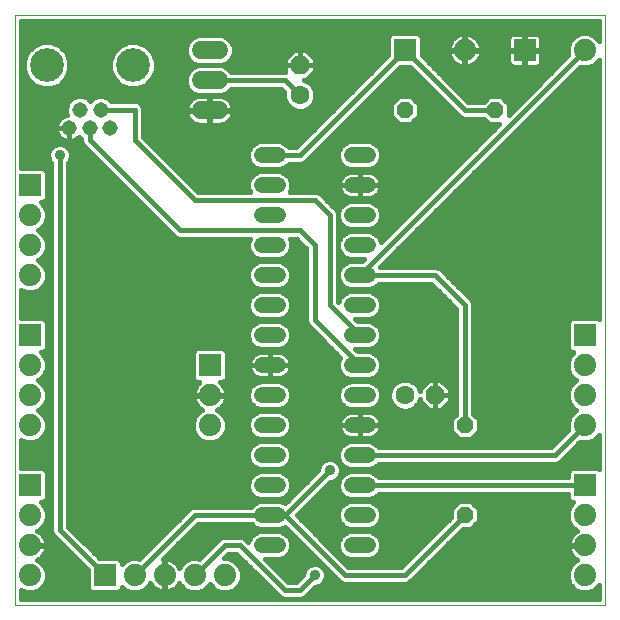
<source format=gbl>
G75*
G70*
%OFA0B0*%
%FSLAX24Y24*%
%IPPOS*%
%LPD*%
%AMOC8*
5,1,8,0,0,1.08239X$1,22.5*
%
%ADD10C,0.0000*%
%ADD11C,0.0520*%
%ADD12OC8,0.0520*%
%ADD13C,0.0515*%
%ADD14C,0.1122*%
%ADD15C,0.0600*%
%ADD16R,0.0740X0.0740*%
%ADD17C,0.0740*%
%ADD18OC8,0.0630*%
%ADD19C,0.0630*%
%ADD20C,0.0160*%
%ADD21C,0.0356*%
D10*
X000181Y000181D02*
X000181Y019866D01*
X019866Y019866D01*
X019866Y000181D01*
X000181Y000181D01*
D11*
X008421Y002181D02*
X008941Y002181D01*
X008941Y003181D02*
X008421Y003181D01*
X008421Y004181D02*
X008941Y004181D01*
X008941Y005181D02*
X008421Y005181D01*
X008421Y006181D02*
X008941Y006181D01*
X008941Y007181D02*
X008421Y007181D01*
X008421Y008181D02*
X008941Y008181D01*
X008941Y009181D02*
X008421Y009181D01*
X008421Y010181D02*
X008941Y010181D01*
X008941Y011181D02*
X008421Y011181D01*
X008421Y012181D02*
X008941Y012181D01*
X008941Y013181D02*
X008421Y013181D01*
X008421Y014181D02*
X008941Y014181D01*
X008941Y015181D02*
X008421Y015181D01*
X011421Y015181D02*
X011941Y015181D01*
X011941Y014181D02*
X011421Y014181D01*
X011421Y013181D02*
X011941Y013181D01*
X011941Y012181D02*
X011421Y012181D01*
X011421Y011181D02*
X011941Y011181D01*
X011941Y010181D02*
X011421Y010181D01*
X011421Y009181D02*
X011941Y009181D01*
X011941Y008181D02*
X011421Y008181D01*
X011421Y007181D02*
X011941Y007181D01*
X011941Y006181D02*
X011421Y006181D01*
X011421Y005181D02*
X011941Y005181D01*
X011941Y004181D02*
X011421Y004181D01*
X011421Y003181D02*
X011941Y003181D01*
X011941Y002181D02*
X011421Y002181D01*
D12*
X015181Y003181D03*
X015181Y006181D03*
X016181Y016681D03*
X013181Y016681D03*
D13*
X003351Y016081D03*
X002681Y016081D03*
X002351Y016701D03*
X001981Y016081D03*
X003041Y016701D03*
D14*
X004118Y018181D03*
X001244Y018181D03*
D15*
X006381Y017681D02*
X006981Y017681D01*
X006981Y016681D02*
X006381Y016681D01*
X006381Y018681D02*
X006981Y018681D01*
D16*
X013181Y018681D03*
X017181Y018681D03*
X019181Y009181D03*
X019181Y004181D03*
X006681Y008181D03*
X000681Y009181D03*
X000681Y004181D03*
X003181Y001181D03*
X000681Y014181D03*
D17*
X000681Y013181D03*
X000681Y012181D03*
X000681Y011181D03*
X000681Y008181D03*
X000681Y007181D03*
X000681Y006181D03*
X000681Y003181D03*
X000681Y002181D03*
X000681Y001181D03*
X004181Y001181D03*
X005181Y001181D03*
X006181Y001181D03*
X007181Y001181D03*
X006681Y006181D03*
X006681Y007181D03*
X015181Y018681D03*
X019181Y018681D03*
X019181Y008181D03*
X019181Y007181D03*
X019181Y006181D03*
X019181Y003181D03*
X019181Y002181D03*
X019181Y001181D03*
D18*
X014181Y007181D03*
X009681Y018181D03*
D19*
X009681Y017181D03*
X013181Y007181D03*
D20*
X012794Y006840D02*
X012251Y006840D01*
X012202Y006791D02*
X012331Y006921D01*
X012401Y007090D01*
X012401Y007273D01*
X012331Y007442D01*
X012202Y007571D01*
X012033Y007641D01*
X011330Y007641D01*
X011161Y007571D01*
X011031Y007442D01*
X010961Y007273D01*
X010961Y007090D01*
X011031Y006921D01*
X011161Y006791D01*
X011330Y006721D01*
X012033Y006721D01*
X012202Y006791D01*
X012110Y006589D02*
X012044Y006611D01*
X011976Y006621D01*
X011682Y006621D01*
X011682Y006182D01*
X011681Y006182D01*
X011681Y006621D01*
X011387Y006621D01*
X011318Y006611D01*
X011252Y006589D01*
X011191Y006558D01*
X011135Y006517D01*
X011086Y006468D01*
X011045Y006412D01*
X011014Y006350D01*
X010992Y006284D01*
X010981Y006216D01*
X010981Y006182D01*
X011681Y006182D01*
X011681Y006181D01*
X011682Y006181D01*
X011682Y006182D01*
X012381Y006182D01*
X012381Y006216D01*
X012371Y006284D01*
X012349Y006350D01*
X012318Y006412D01*
X012277Y006468D01*
X012228Y006517D01*
X012172Y006558D01*
X012110Y006589D01*
X012220Y006523D02*
X014873Y006523D01*
X014901Y006552D02*
X014721Y006372D01*
X014721Y005991D01*
X014991Y005721D01*
X015372Y005721D01*
X015641Y005991D01*
X015641Y006372D01*
X015461Y006552D01*
X015461Y010237D01*
X015419Y010340D01*
X015340Y010419D01*
X014340Y011419D01*
X014237Y011461D01*
X014126Y011461D01*
X012357Y011461D01*
X019025Y018129D01*
X019068Y018111D01*
X019295Y018111D01*
X019504Y018198D01*
X019665Y018359D01*
X019666Y018363D01*
X019666Y009719D01*
X019634Y009751D01*
X018729Y009751D01*
X018611Y009634D01*
X018611Y008729D01*
X018729Y008611D01*
X018805Y008611D01*
X018698Y008504D01*
X018611Y008295D01*
X018611Y008068D01*
X018698Y007859D01*
X018859Y007698D01*
X018899Y007681D01*
X018859Y007665D01*
X018698Y007504D01*
X018611Y007295D01*
X018611Y007068D01*
X018698Y006859D01*
X018859Y006698D01*
X018899Y006681D01*
X018859Y006665D01*
X018698Y006504D01*
X018611Y006295D01*
X018611Y006068D01*
X018629Y006025D01*
X018065Y005461D01*
X012312Y005461D01*
X012202Y005571D01*
X012033Y005641D01*
X011330Y005641D01*
X011161Y005571D01*
X011031Y005442D01*
X010961Y005273D01*
X010961Y005090D01*
X011031Y004921D01*
X011161Y004791D01*
X011330Y004721D01*
X012033Y004721D01*
X012202Y004791D01*
X012312Y004901D01*
X018126Y004901D01*
X018237Y004901D01*
X018340Y004944D01*
X019025Y005629D01*
X019068Y005611D01*
X019295Y005611D01*
X019504Y005698D01*
X019665Y005859D01*
X019666Y005863D01*
X019666Y004719D01*
X019634Y004751D01*
X018729Y004751D01*
X018611Y004634D01*
X018611Y004461D01*
X012312Y004461D01*
X012202Y004571D01*
X012033Y004641D01*
X011330Y004641D01*
X011161Y004571D01*
X011031Y004442D01*
X010961Y004273D01*
X010961Y004090D01*
X011031Y003921D01*
X011161Y003791D01*
X011330Y003721D01*
X012033Y003721D01*
X012202Y003791D01*
X012312Y003901D01*
X018611Y003901D01*
X018611Y003729D01*
X018729Y003611D01*
X018805Y003611D01*
X018698Y003504D01*
X018611Y003295D01*
X018611Y003068D01*
X018698Y002859D01*
X018859Y002698D01*
X018928Y002669D01*
X018893Y002652D01*
X018823Y002601D01*
X018762Y002540D01*
X018711Y002470D01*
X018672Y002393D01*
X018645Y002310D01*
X018631Y002225D01*
X018631Y002201D01*
X019161Y002201D01*
X019161Y002161D01*
X018631Y002161D01*
X018631Y002138D01*
X018645Y002053D01*
X018672Y001970D01*
X018711Y001893D01*
X018762Y001823D01*
X018823Y001762D01*
X018893Y001711D01*
X018928Y001693D01*
X018859Y001665D01*
X018698Y001504D01*
X018611Y001295D01*
X018611Y001068D01*
X018698Y000859D01*
X018859Y000698D01*
X019068Y000611D01*
X019295Y000611D01*
X019504Y000698D01*
X019665Y000859D01*
X019666Y000863D01*
X019666Y000381D01*
X000381Y000381D01*
X000381Y000689D01*
X000568Y000611D01*
X000795Y000611D01*
X001004Y000698D01*
X001165Y000859D01*
X001251Y001068D01*
X001251Y001295D01*
X001165Y001504D01*
X001004Y001665D01*
X000935Y001693D01*
X000970Y001711D01*
X001040Y001762D01*
X001101Y001823D01*
X001152Y001893D01*
X001191Y001970D01*
X001218Y002053D01*
X001231Y002138D01*
X001231Y002161D01*
X000702Y002161D01*
X000702Y002201D01*
X001231Y002201D01*
X001231Y002225D01*
X001218Y002310D01*
X001191Y002393D01*
X001152Y002470D01*
X001101Y002540D01*
X001040Y002601D01*
X000970Y002652D01*
X000935Y002669D01*
X001004Y002698D01*
X001165Y002859D01*
X001251Y003068D01*
X001251Y003295D01*
X001165Y003504D01*
X001057Y003611D01*
X001134Y003611D01*
X001251Y003729D01*
X001251Y004634D01*
X001134Y004751D01*
X000381Y004751D01*
X000381Y005689D01*
X000568Y005611D01*
X000795Y005611D01*
X001004Y005698D01*
X001165Y005859D01*
X001251Y006068D01*
X001251Y006295D01*
X001165Y006504D01*
X001004Y006665D01*
X000964Y006681D01*
X001004Y006698D01*
X001165Y006859D01*
X001251Y007068D01*
X001251Y007295D01*
X001165Y007504D01*
X001004Y007665D01*
X000964Y007681D01*
X001004Y007698D01*
X001165Y007859D01*
X001251Y008068D01*
X001251Y008295D01*
X001165Y008504D01*
X001057Y008611D01*
X001134Y008611D01*
X001251Y008729D01*
X001251Y009634D01*
X001134Y009751D01*
X000381Y009751D01*
X000381Y010689D01*
X000568Y010611D01*
X000795Y010611D01*
X001004Y010698D01*
X001165Y010859D01*
X001251Y011068D01*
X001251Y011295D01*
X001165Y011504D01*
X001004Y011665D01*
X000964Y011681D01*
X001004Y011698D01*
X001165Y011859D01*
X001251Y012068D01*
X001251Y012295D01*
X001165Y012504D01*
X001004Y012665D01*
X000964Y012681D01*
X001004Y012698D01*
X001165Y012859D01*
X001251Y013068D01*
X001251Y013295D01*
X001165Y013504D01*
X001057Y013611D01*
X001134Y013611D01*
X001251Y013729D01*
X001251Y014634D01*
X001134Y014751D01*
X000381Y014751D01*
X000381Y019666D01*
X019666Y019666D01*
X019666Y019000D01*
X019665Y019004D01*
X019504Y019165D01*
X019295Y019251D01*
X019068Y019251D01*
X018859Y019165D01*
X018698Y019004D01*
X018611Y018795D01*
X018611Y018568D01*
X018629Y018525D01*
X016641Y016537D01*
X016641Y016872D01*
X016372Y017141D01*
X015991Y017141D01*
X015811Y016961D01*
X015297Y016961D01*
X013751Y018507D01*
X013751Y019134D01*
X013634Y019251D01*
X012729Y019251D01*
X012611Y019134D01*
X012611Y018507D01*
X009565Y015461D01*
X009312Y015461D01*
X009202Y015571D01*
X009033Y015641D01*
X008330Y015641D01*
X008161Y015571D01*
X008031Y015442D01*
X007961Y015273D01*
X007961Y015090D01*
X008031Y014921D01*
X008161Y014791D01*
X008330Y014721D01*
X009033Y014721D01*
X009202Y014791D01*
X009312Y014901D01*
X009737Y014901D01*
X009840Y014944D01*
X009919Y015023D01*
X013007Y018111D01*
X013355Y018111D01*
X014944Y016523D01*
X015023Y016444D01*
X015126Y016401D01*
X015811Y016401D01*
X015991Y016221D01*
X016326Y016221D01*
X012394Y012290D01*
X012331Y012442D01*
X012202Y012571D01*
X012033Y012641D01*
X011330Y012641D01*
X011161Y012571D01*
X011031Y012442D01*
X010961Y012273D01*
X010961Y012090D01*
X011031Y011921D01*
X011161Y011791D01*
X011330Y011721D01*
X011826Y011721D01*
X011745Y011641D01*
X011330Y011641D01*
X011161Y011571D01*
X011031Y011442D01*
X010961Y011273D01*
X010961Y011090D01*
X011031Y010921D01*
X011161Y010791D01*
X011330Y010721D01*
X012033Y010721D01*
X012202Y010791D01*
X012312Y010901D01*
X014065Y010901D01*
X014901Y010065D01*
X014901Y006552D01*
X014901Y006682D02*
X013321Y006682D01*
X013284Y006666D02*
X013473Y006745D01*
X013618Y006890D01*
X013686Y007055D01*
X013686Y006976D01*
X013976Y006686D01*
X014181Y006686D01*
X014181Y007181D01*
X014182Y007181D01*
X014182Y007182D01*
X014676Y007182D01*
X014676Y007386D01*
X014386Y007676D01*
X014182Y007676D01*
X014182Y007182D01*
X014181Y007182D01*
X014181Y007676D01*
X013976Y007676D01*
X013686Y007386D01*
X013686Y007308D01*
X013618Y007473D01*
X013473Y007618D01*
X013284Y007696D01*
X013079Y007696D01*
X012890Y007618D01*
X012745Y007473D01*
X012666Y007284D01*
X012666Y007079D01*
X012745Y006890D01*
X012890Y006745D01*
X013079Y006666D01*
X013284Y006666D01*
X013042Y006682D02*
X006963Y006682D01*
X006970Y006711D02*
X006935Y006693D01*
X007004Y006665D01*
X007165Y006504D01*
X007251Y006295D01*
X007251Y006068D01*
X007165Y005859D01*
X007004Y005698D01*
X006795Y005611D01*
X006568Y005611D01*
X006359Y005698D01*
X006198Y005859D01*
X006111Y006068D01*
X006111Y006295D01*
X006198Y006504D01*
X006359Y006665D01*
X006428Y006693D01*
X006393Y006711D01*
X006323Y006762D01*
X006262Y006823D01*
X006211Y006893D01*
X006172Y006970D01*
X006145Y007053D01*
X006131Y007138D01*
X006131Y007161D01*
X006661Y007161D01*
X006661Y007201D01*
X006131Y007201D01*
X006131Y007225D01*
X006145Y007310D01*
X006172Y007393D01*
X006211Y007470D01*
X006262Y007540D01*
X006323Y007601D01*
X006338Y007611D01*
X006229Y007611D01*
X006111Y007729D01*
X006111Y008634D01*
X006229Y008751D01*
X007134Y008751D01*
X007251Y008634D01*
X007251Y007729D01*
X007134Y007611D01*
X007025Y007611D01*
X007040Y007601D01*
X007101Y007540D01*
X007152Y007470D01*
X007191Y007393D01*
X007218Y007310D01*
X007231Y007225D01*
X007231Y007201D01*
X006702Y007201D01*
X006702Y007161D01*
X007231Y007161D01*
X007231Y007138D01*
X007218Y007053D01*
X007191Y006970D01*
X007152Y006893D01*
X007101Y006823D01*
X007040Y006762D01*
X006970Y006711D01*
X007113Y006840D02*
X008112Y006840D01*
X008161Y006791D02*
X008330Y006721D01*
X009033Y006721D01*
X009202Y006791D01*
X009331Y006921D01*
X009401Y007090D01*
X009401Y007273D01*
X009331Y007442D01*
X009202Y007571D01*
X009033Y007641D01*
X008330Y007641D01*
X008161Y007571D01*
X008031Y007442D01*
X007961Y007273D01*
X007961Y007090D01*
X008031Y006921D01*
X008161Y006791D01*
X008161Y006571D02*
X008330Y006641D01*
X009033Y006641D01*
X009202Y006571D01*
X009331Y006442D01*
X009401Y006273D01*
X009401Y006090D01*
X009331Y005921D01*
X009202Y005791D01*
X009033Y005721D01*
X008330Y005721D01*
X008161Y005791D01*
X008031Y005921D01*
X007961Y006090D01*
X007961Y006273D01*
X008031Y006442D01*
X008161Y006571D01*
X008113Y006523D02*
X007146Y006523D01*
X007222Y006365D02*
X007999Y006365D01*
X007961Y006206D02*
X007251Y006206D01*
X007243Y006048D02*
X007979Y006048D01*
X008063Y005889D02*
X007177Y005889D01*
X007037Y005730D02*
X008308Y005730D01*
X008330Y005641D02*
X008161Y005571D01*
X008031Y005442D01*
X007961Y005273D01*
X007961Y005090D01*
X008031Y004921D01*
X008161Y004791D01*
X008330Y004721D01*
X009033Y004721D01*
X009202Y004791D01*
X009331Y004921D01*
X009401Y005090D01*
X009401Y005273D01*
X009331Y005442D01*
X009202Y005571D01*
X009033Y005641D01*
X008330Y005641D01*
X008162Y005572D02*
X001961Y005572D01*
X001961Y005730D02*
X006326Y005730D01*
X006186Y005889D02*
X001961Y005889D01*
X001961Y006048D02*
X006120Y006048D01*
X006111Y006206D02*
X001961Y006206D01*
X001961Y006365D02*
X006140Y006365D01*
X006217Y006523D02*
X001961Y006523D01*
X001961Y006682D02*
X006400Y006682D01*
X006249Y006840D02*
X001961Y006840D01*
X001961Y006999D02*
X006162Y006999D01*
X006131Y007157D02*
X001961Y007157D01*
X001961Y007316D02*
X006147Y007316D01*
X006214Y007474D02*
X001961Y007474D01*
X001961Y007633D02*
X006207Y007633D01*
X006111Y007791D02*
X001961Y007791D01*
X001961Y007950D02*
X006111Y007950D01*
X006111Y008109D02*
X001961Y008109D01*
X001961Y008267D02*
X006111Y008267D01*
X006111Y008426D02*
X001961Y008426D01*
X001961Y008584D02*
X006111Y008584D01*
X006220Y008743D02*
X001961Y008743D01*
X001961Y008901D02*
X008051Y008901D01*
X008031Y008921D02*
X008161Y008791D01*
X008330Y008721D01*
X009033Y008721D01*
X009202Y008791D01*
X009331Y008921D01*
X009401Y009090D01*
X009401Y009273D01*
X009331Y009442D01*
X009202Y009571D01*
X009033Y009641D01*
X008330Y009641D01*
X008161Y009571D01*
X008031Y009442D01*
X007961Y009273D01*
X007961Y009090D01*
X008031Y008921D01*
X007974Y009060D02*
X001961Y009060D01*
X001961Y009218D02*
X007961Y009218D01*
X008005Y009377D02*
X001961Y009377D01*
X001961Y009535D02*
X008125Y009535D01*
X008161Y009791D02*
X008330Y009721D01*
X009033Y009721D01*
X009202Y009791D01*
X009331Y009921D01*
X009401Y010090D01*
X009401Y010273D01*
X009331Y010442D01*
X009202Y010571D01*
X009033Y010641D01*
X008330Y010641D01*
X008161Y010571D01*
X008031Y010442D01*
X007961Y010273D01*
X007961Y010090D01*
X008031Y009921D01*
X008161Y009791D01*
X008100Y009853D02*
X001961Y009853D01*
X001961Y010011D02*
X007994Y010011D01*
X007961Y010170D02*
X001961Y010170D01*
X001961Y010328D02*
X007984Y010328D01*
X008076Y010487D02*
X001961Y010487D01*
X001961Y010645D02*
X009901Y010645D01*
X009901Y010487D02*
X009287Y010487D01*
X009379Y010328D02*
X009901Y010328D01*
X009901Y010170D02*
X009401Y010170D01*
X009369Y010011D02*
X009901Y010011D01*
X009901Y009853D02*
X009263Y009853D01*
X009238Y009535D02*
X009939Y009535D01*
X009944Y009523D02*
X011030Y008437D01*
X010961Y008273D01*
X010961Y008090D01*
X011031Y007921D01*
X011161Y007791D01*
X011330Y007721D01*
X012033Y007721D01*
X012202Y007791D01*
X012331Y007921D01*
X012401Y008090D01*
X012401Y008273D01*
X012331Y008442D01*
X012202Y008571D01*
X012033Y008641D01*
X011617Y008641D01*
X011537Y008721D01*
X012033Y008721D01*
X012202Y008791D01*
X012331Y008921D01*
X012401Y009090D01*
X012401Y009273D01*
X012331Y009442D01*
X012202Y009571D01*
X012033Y009641D01*
X011617Y009641D01*
X011537Y009721D01*
X012033Y009721D01*
X012202Y009791D01*
X012331Y009921D01*
X012401Y010090D01*
X012401Y010273D01*
X012331Y010442D01*
X012202Y010571D01*
X012033Y010641D01*
X011330Y010641D01*
X011161Y010571D01*
X011031Y010442D01*
X010969Y010290D01*
X010961Y010297D01*
X010961Y013237D01*
X010919Y013340D01*
X010840Y013419D01*
X010340Y013919D01*
X010237Y013961D01*
X010126Y013961D01*
X009348Y013961D01*
X009401Y014090D01*
X009401Y014273D01*
X009331Y014442D01*
X009202Y014571D01*
X009033Y014641D01*
X008330Y014641D01*
X008161Y014571D01*
X008031Y014442D01*
X007961Y014273D01*
X007961Y014090D01*
X008015Y013961D01*
X006297Y013961D01*
X004461Y015797D01*
X004461Y016737D01*
X004419Y016840D01*
X004340Y016919D01*
X004320Y016939D01*
X004217Y016981D01*
X004106Y016981D01*
X003408Y016981D01*
X003301Y017089D01*
X003132Y017159D01*
X002950Y017159D01*
X002782Y017089D01*
X002696Y017003D01*
X002611Y017089D01*
X002442Y017159D01*
X002260Y017159D01*
X002092Y017089D01*
X001964Y016961D01*
X001894Y016792D01*
X001894Y016610D01*
X001933Y016517D01*
X001879Y016508D01*
X001813Y016487D01*
X001752Y016456D01*
X001696Y016415D01*
X001648Y016366D01*
X001607Y016311D01*
X001576Y016249D01*
X001555Y016184D01*
X001544Y016116D01*
X001544Y016082D01*
X001981Y016082D01*
X001981Y016081D01*
X001982Y016081D01*
X001982Y015644D01*
X002016Y015644D01*
X002084Y015655D01*
X002149Y015676D01*
X002211Y015707D01*
X002266Y015748D01*
X002315Y015796D01*
X002317Y015799D01*
X002401Y015714D01*
X002401Y015626D01*
X002444Y015523D01*
X005444Y012523D01*
X005523Y012444D01*
X005626Y012401D01*
X008015Y012401D01*
X007961Y012273D01*
X007961Y012090D01*
X008031Y011921D01*
X008161Y011791D01*
X008330Y011721D01*
X009033Y011721D01*
X009202Y011791D01*
X009331Y011921D01*
X009401Y012090D01*
X009401Y012273D01*
X009348Y012401D01*
X009565Y012401D01*
X009901Y012065D01*
X009901Y009737D01*
X009901Y009626D01*
X009944Y009523D01*
X009901Y009694D02*
X001961Y009694D01*
X001401Y009694D02*
X001192Y009694D01*
X001251Y009535D02*
X001401Y009535D01*
X001401Y009377D02*
X001251Y009377D01*
X001251Y009218D02*
X001401Y009218D01*
X001401Y009060D02*
X001251Y009060D01*
X001251Y008901D02*
X001401Y008901D01*
X001401Y008743D02*
X001251Y008743D01*
X001401Y008584D02*
X001085Y008584D01*
X001197Y008426D02*
X001401Y008426D01*
X001401Y008267D02*
X001251Y008267D01*
X001251Y008109D02*
X001401Y008109D01*
X001401Y007950D02*
X001203Y007950D01*
X001098Y007791D02*
X001401Y007791D01*
X001401Y007633D02*
X001036Y007633D01*
X001177Y007474D02*
X001401Y007474D01*
X001401Y007316D02*
X001243Y007316D01*
X001251Y007157D02*
X001401Y007157D01*
X001401Y006999D02*
X001223Y006999D01*
X001146Y006840D02*
X001401Y006840D01*
X001401Y006682D02*
X000964Y006682D01*
X001146Y006523D02*
X001401Y006523D01*
X001401Y006365D02*
X001222Y006365D01*
X001251Y006206D02*
X001401Y006206D01*
X001401Y006048D02*
X001243Y006048D01*
X001177Y005889D02*
X001401Y005889D01*
X001401Y005730D02*
X001037Y005730D01*
X001401Y005572D02*
X000381Y005572D01*
X000381Y005413D02*
X001401Y005413D01*
X001401Y005255D02*
X000381Y005255D01*
X000381Y005096D02*
X001401Y005096D01*
X001401Y004938D02*
X000381Y004938D01*
X000381Y004779D02*
X001401Y004779D01*
X001401Y004621D02*
X001251Y004621D01*
X001251Y004462D02*
X001401Y004462D01*
X001401Y004304D02*
X001251Y004304D01*
X001251Y004145D02*
X001401Y004145D01*
X001401Y003986D02*
X001251Y003986D01*
X001251Y003828D02*
X001401Y003828D01*
X001401Y003669D02*
X001192Y003669D01*
X001158Y003511D02*
X001401Y003511D01*
X001401Y003352D02*
X001228Y003352D01*
X001251Y003194D02*
X001401Y003194D01*
X001401Y003035D02*
X001238Y003035D01*
X001172Y002877D02*
X001401Y002877D01*
X001401Y002718D02*
X001024Y002718D01*
X001081Y002560D02*
X001429Y002560D01*
X001444Y002523D02*
X001523Y002444D01*
X002611Y001355D01*
X002611Y000729D01*
X002729Y000611D01*
X003634Y000611D01*
X003751Y000729D01*
X003751Y000805D01*
X003859Y000698D01*
X004068Y000611D01*
X004295Y000611D01*
X004504Y000698D01*
X004665Y000859D01*
X004693Y000928D01*
X004711Y000893D01*
X004762Y000823D01*
X004823Y000762D01*
X004893Y000711D01*
X004970Y000672D01*
X005053Y000645D01*
X005138Y000631D01*
X005161Y000631D01*
X005161Y001161D01*
X005201Y001161D01*
X005201Y000631D01*
X005225Y000631D01*
X005310Y000645D01*
X005393Y000672D01*
X005470Y000711D01*
X005540Y000762D01*
X005601Y000823D01*
X005652Y000893D01*
X005669Y000928D01*
X005698Y000859D01*
X005859Y000698D01*
X006068Y000611D01*
X006295Y000611D01*
X006504Y000698D01*
X006665Y000859D01*
X006681Y000899D01*
X006698Y000859D01*
X006859Y000698D01*
X007068Y000611D01*
X007295Y000611D01*
X007504Y000698D01*
X007665Y000859D01*
X007751Y001068D01*
X007751Y001295D01*
X007665Y001504D01*
X007504Y001665D01*
X007295Y001751D01*
X007147Y001751D01*
X007297Y001901D01*
X007565Y001901D01*
X008944Y000523D01*
X009023Y000444D01*
X009126Y000401D01*
X009626Y000401D01*
X009737Y000401D01*
X009840Y000444D01*
X010199Y000803D01*
X010257Y000803D01*
X010396Y000861D01*
X010502Y000967D01*
X010559Y001106D01*
X010559Y001257D01*
X010502Y001396D01*
X010396Y001502D01*
X010257Y001559D01*
X010106Y001559D01*
X009967Y001502D01*
X009861Y001396D01*
X009803Y001257D01*
X009803Y001199D01*
X009565Y000961D01*
X009297Y000961D01*
X008537Y001721D01*
X009033Y001721D01*
X009202Y001791D01*
X009331Y001921D01*
X009401Y002090D01*
X009401Y002273D01*
X009331Y002442D01*
X009202Y002571D01*
X009033Y002641D01*
X008330Y002641D01*
X008161Y002571D01*
X008031Y002442D01*
X007969Y002290D01*
X007840Y002419D01*
X007737Y002461D01*
X007626Y002461D01*
X007126Y002461D01*
X007023Y002419D01*
X006944Y002340D01*
X006338Y001734D01*
X006295Y001751D01*
X006068Y001751D01*
X005859Y001665D01*
X005698Y001504D01*
X005669Y001435D01*
X005652Y001470D01*
X005601Y001540D01*
X005540Y001601D01*
X005470Y001652D01*
X005393Y001691D01*
X005310Y001718D01*
X005225Y001731D01*
X005201Y001731D01*
X005201Y001202D01*
X005161Y001202D01*
X005161Y001731D01*
X005138Y001731D01*
X005125Y001729D01*
X006297Y002901D01*
X008051Y002901D01*
X008161Y002791D01*
X008330Y002721D01*
X009033Y002721D01*
X009183Y002784D01*
X011023Y000944D01*
X011126Y000901D01*
X011237Y000901D01*
X013237Y000901D01*
X013340Y000944D01*
X013419Y001023D01*
X015117Y002721D01*
X015372Y002721D01*
X015641Y002991D01*
X015641Y003372D01*
X015372Y003641D01*
X014991Y003641D01*
X014721Y003372D01*
X014721Y003117D01*
X013065Y001461D01*
X011297Y001461D01*
X009577Y003181D01*
X010699Y004303D01*
X010757Y004303D01*
X010896Y004361D01*
X011002Y004467D01*
X011059Y004606D01*
X011059Y004757D01*
X011002Y004896D01*
X010896Y005002D01*
X010757Y005059D01*
X010606Y005059D01*
X010467Y005002D01*
X010361Y004896D01*
X010303Y004757D01*
X010303Y004699D01*
X009183Y003579D01*
X009033Y003641D01*
X008330Y003641D01*
X008161Y003571D01*
X008051Y003461D01*
X006237Y003461D01*
X006126Y003461D01*
X006023Y003419D01*
X004338Y001734D01*
X004295Y001751D01*
X004068Y001751D01*
X003859Y001665D01*
X003751Y001557D01*
X003751Y001634D01*
X003634Y001751D01*
X003007Y001751D01*
X001961Y002797D01*
X001961Y014927D01*
X002002Y014967D01*
X002059Y015106D01*
X002059Y015257D01*
X002002Y015396D01*
X001896Y015502D01*
X001757Y015559D01*
X001606Y015559D01*
X001467Y015502D01*
X001361Y015396D01*
X001303Y015257D01*
X001303Y015106D01*
X001361Y014967D01*
X001401Y014927D01*
X001401Y002626D01*
X001444Y002523D01*
X001523Y002444D02*
X001523Y002444D01*
X001566Y002401D02*
X001187Y002401D01*
X001229Y002242D02*
X001724Y002242D01*
X001883Y002084D02*
X001223Y002084D01*
X001168Y001925D02*
X002041Y001925D01*
X002200Y001767D02*
X001045Y001767D01*
X001061Y001608D02*
X002359Y001608D01*
X002517Y001450D02*
X001187Y001450D01*
X001251Y001291D02*
X002611Y001291D01*
X002611Y001133D02*
X001251Y001133D01*
X001212Y000974D02*
X002611Y000974D01*
X002611Y000816D02*
X001122Y000816D01*
X000905Y000657D02*
X002683Y000657D01*
X003181Y001181D02*
X001681Y002681D01*
X001681Y015181D01*
X001996Y015402D02*
X002565Y015402D01*
X002429Y015560D02*
X000381Y015560D01*
X000381Y015402D02*
X001367Y015402D01*
X001303Y015243D02*
X000381Y015243D01*
X000381Y015084D02*
X001312Y015084D01*
X001401Y014926D02*
X000381Y014926D01*
X000381Y014767D02*
X001401Y014767D01*
X001401Y014609D02*
X001251Y014609D01*
X001251Y014450D02*
X001401Y014450D01*
X001401Y014292D02*
X001251Y014292D01*
X001251Y014133D02*
X001401Y014133D01*
X001401Y013975D02*
X001251Y013975D01*
X001251Y013816D02*
X001401Y013816D01*
X001401Y013658D02*
X001180Y013658D01*
X001167Y013499D02*
X001401Y013499D01*
X001401Y013341D02*
X001232Y013341D01*
X001251Y013182D02*
X001401Y013182D01*
X001401Y013023D02*
X001233Y013023D01*
X001167Y012865D02*
X001401Y012865D01*
X001401Y012706D02*
X001012Y012706D01*
X001121Y012548D02*
X001401Y012548D01*
X001401Y012389D02*
X001212Y012389D01*
X001251Y012231D02*
X001401Y012231D01*
X001401Y012072D02*
X001251Y012072D01*
X001187Y011914D02*
X001401Y011914D01*
X001401Y011755D02*
X001061Y011755D01*
X001072Y011597D02*
X001401Y011597D01*
X001401Y011438D02*
X001192Y011438D01*
X001251Y011279D02*
X001401Y011279D01*
X001401Y011121D02*
X001251Y011121D01*
X001208Y010962D02*
X001401Y010962D01*
X001401Y010804D02*
X001110Y010804D01*
X000877Y010645D02*
X001401Y010645D01*
X001401Y010487D02*
X000381Y010487D01*
X000381Y010645D02*
X000486Y010645D01*
X000381Y010328D02*
X001401Y010328D01*
X001401Y010170D02*
X000381Y010170D01*
X000381Y010011D02*
X001401Y010011D01*
X001401Y009853D02*
X000381Y009853D01*
X001961Y010804D02*
X008148Y010804D01*
X008161Y010791D02*
X008330Y010721D01*
X009033Y010721D01*
X009202Y010791D01*
X009331Y010921D01*
X009401Y011090D01*
X009401Y011273D01*
X009331Y011442D01*
X009202Y011571D01*
X009033Y011641D01*
X008330Y011641D01*
X008161Y011571D01*
X008031Y011442D01*
X007961Y011273D01*
X007961Y011090D01*
X008031Y010921D01*
X008161Y010791D01*
X008014Y010962D02*
X001961Y010962D01*
X001961Y011121D02*
X007961Y011121D01*
X007964Y011279D02*
X001961Y011279D01*
X001961Y011438D02*
X008030Y011438D01*
X008222Y011597D02*
X001961Y011597D01*
X001961Y011755D02*
X008249Y011755D01*
X008039Y011914D02*
X001961Y011914D01*
X001961Y012072D02*
X007969Y012072D01*
X007961Y012231D02*
X001961Y012231D01*
X001961Y012389D02*
X008010Y012389D01*
X009114Y011755D02*
X009901Y011755D01*
X009901Y011597D02*
X009141Y011597D01*
X009333Y011438D02*
X009901Y011438D01*
X009901Y011279D02*
X009399Y011279D01*
X009401Y011121D02*
X009901Y011121D01*
X009901Y010962D02*
X009349Y010962D01*
X009214Y010804D02*
X009901Y010804D01*
X010681Y010181D02*
X011681Y009181D01*
X012084Y008743D02*
X014901Y008743D01*
X014901Y008901D02*
X012312Y008901D01*
X012389Y009060D02*
X014901Y009060D01*
X014901Y009218D02*
X012401Y009218D01*
X012358Y009377D02*
X014901Y009377D01*
X014901Y009535D02*
X012238Y009535D01*
X012263Y009853D02*
X014901Y009853D01*
X014901Y010011D02*
X012369Y010011D01*
X012401Y010170D02*
X014797Y010170D01*
X014639Y010328D02*
X012379Y010328D01*
X012287Y010487D02*
X014480Y010487D01*
X014322Y010645D02*
X010961Y010645D01*
X010961Y010487D02*
X011076Y010487D01*
X010984Y010328D02*
X010961Y010328D01*
X010681Y010181D02*
X010681Y013181D01*
X010181Y013681D01*
X006181Y013681D01*
X004181Y015681D01*
X004181Y016681D01*
X004161Y016701D01*
X003041Y016701D01*
X002918Y017146D02*
X002475Y017146D01*
X002228Y017146D02*
X000381Y017146D01*
X000381Y017304D02*
X006052Y017304D01*
X006098Y017258D02*
X006282Y017181D01*
X007081Y017181D01*
X007265Y017258D01*
X007405Y017398D01*
X007407Y017401D01*
X009065Y017401D01*
X009171Y017296D01*
X009166Y017284D01*
X009166Y017079D01*
X009245Y016890D01*
X009390Y016745D01*
X009579Y016666D01*
X009784Y016666D01*
X009973Y016745D01*
X010118Y016890D01*
X010196Y017079D01*
X010196Y017284D01*
X010118Y017473D01*
X009973Y017618D01*
X009808Y017686D01*
X009886Y017686D01*
X010176Y017976D01*
X010176Y018181D01*
X009682Y018181D01*
X009682Y018182D01*
X009681Y018182D01*
X009681Y018676D01*
X009476Y018676D01*
X009186Y018386D01*
X009186Y018182D01*
X009681Y018182D01*
X009681Y018181D01*
X009186Y018181D01*
X009186Y017976D01*
X009201Y017961D01*
X009126Y017961D01*
X007407Y017961D01*
X007405Y017965D01*
X007265Y018105D01*
X007081Y018181D01*
X006282Y018181D01*
X006098Y018105D01*
X005958Y017965D01*
X005881Y017781D01*
X005881Y017582D01*
X005958Y017398D01*
X006098Y017258D01*
X006197Y017126D02*
X006130Y017092D01*
X006069Y017048D01*
X006015Y016994D01*
X005971Y016933D01*
X005937Y016866D01*
X005913Y016794D01*
X005901Y016719D01*
X005901Y016701D01*
X006661Y016701D01*
X006661Y016661D01*
X006701Y016661D01*
X006701Y016201D01*
X007019Y016201D01*
X007094Y016213D01*
X007166Y016237D01*
X007233Y016271D01*
X007294Y016315D01*
X007348Y016369D01*
X007392Y016430D01*
X007426Y016497D01*
X007450Y016569D01*
X007461Y016644D01*
X007461Y016661D01*
X006702Y016661D01*
X006702Y016701D01*
X007461Y016701D01*
X007461Y016719D01*
X007450Y016794D01*
X007426Y016866D01*
X007392Y016933D01*
X007348Y016994D01*
X007294Y017048D01*
X007233Y017092D01*
X007166Y017126D01*
X007094Y017150D01*
X007019Y017161D01*
X006701Y017161D01*
X006701Y016702D01*
X006661Y016702D01*
X006661Y017161D01*
X006344Y017161D01*
X006269Y017150D01*
X006197Y017126D01*
X006257Y017146D02*
X003165Y017146D01*
X003403Y016987D02*
X006010Y016987D01*
X005924Y016828D02*
X004424Y016828D01*
X004461Y016670D02*
X006661Y016670D01*
X006661Y016661D02*
X005901Y016661D01*
X005901Y016644D01*
X005913Y016569D01*
X005937Y016497D01*
X005971Y016430D01*
X006015Y016369D01*
X006069Y016315D01*
X006130Y016271D01*
X006197Y016237D01*
X006269Y016213D01*
X006344Y016201D01*
X006661Y016201D01*
X006661Y016661D01*
X006702Y016670D02*
X009570Y016670D01*
X009306Y016828D02*
X007438Y016828D01*
X007353Y016987D02*
X009204Y016987D01*
X009166Y017146D02*
X007106Y017146D01*
X007311Y017304D02*
X009163Y017304D01*
X009181Y017681D02*
X009681Y017181D01*
X010158Y016987D02*
X011091Y016987D01*
X010933Y016828D02*
X010057Y016828D01*
X009792Y016670D02*
X010774Y016670D01*
X010615Y016511D02*
X007431Y016511D01*
X007332Y016353D02*
X010457Y016353D01*
X010298Y016194D02*
X004461Y016194D01*
X004461Y016036D02*
X010140Y016036D01*
X009981Y015877D02*
X004461Y015877D01*
X004540Y015719D02*
X009823Y015719D01*
X009664Y015560D02*
X009213Y015560D01*
X009681Y015181D02*
X013181Y018681D01*
X015181Y016681D01*
X016181Y016681D01*
X015859Y016353D02*
X013503Y016353D01*
X013372Y016221D02*
X013641Y016491D01*
X013641Y016872D01*
X013372Y017141D01*
X012991Y017141D01*
X012721Y016872D01*
X012721Y016491D01*
X012991Y016221D01*
X013372Y016221D01*
X013641Y016511D02*
X014955Y016511D01*
X014797Y016670D02*
X013641Y016670D01*
X013641Y016828D02*
X014638Y016828D01*
X014480Y016987D02*
X013526Y016987D01*
X014004Y017463D02*
X012359Y017463D01*
X012517Y017621D02*
X013846Y017621D01*
X013687Y017780D02*
X012676Y017780D01*
X012834Y017938D02*
X013529Y017938D01*
X013370Y018097D02*
X012993Y018097D01*
X012611Y018572D02*
X009990Y018572D01*
X009886Y018676D02*
X010176Y018386D01*
X010176Y018182D01*
X009682Y018182D01*
X009682Y018676D01*
X009886Y018676D01*
X009682Y018572D02*
X009681Y018572D01*
X009681Y018414D02*
X009682Y018414D01*
X009681Y018255D02*
X009682Y018255D01*
X009372Y018572D02*
X007477Y018572D01*
X007481Y018582D02*
X007405Y018398D01*
X007265Y018258D01*
X007081Y018181D01*
X006282Y018181D01*
X006098Y018258D01*
X005958Y018398D01*
X005881Y018582D01*
X005881Y018781D01*
X005958Y018965D01*
X006098Y019105D01*
X006282Y019181D01*
X007081Y019181D01*
X007265Y019105D01*
X007405Y018965D01*
X007481Y018781D01*
X007481Y018582D01*
X007481Y018731D02*
X012611Y018731D01*
X012611Y018890D02*
X007436Y018890D01*
X007322Y019048D02*
X012611Y019048D01*
X012684Y019207D02*
X000381Y019207D01*
X000381Y019365D02*
X019666Y019365D01*
X019666Y019207D02*
X019403Y019207D01*
X019621Y019048D02*
X019666Y019048D01*
X019666Y019524D02*
X000381Y019524D01*
X000381Y019048D02*
X006041Y019048D01*
X005926Y018890D02*
X004397Y018890D01*
X004270Y018942D02*
X004549Y018827D01*
X004764Y018612D01*
X004879Y018333D01*
X004879Y018030D01*
X004764Y017750D01*
X004549Y017536D01*
X004270Y017420D01*
X003967Y017420D01*
X003687Y017536D01*
X003473Y017750D01*
X003357Y018030D01*
X003357Y018333D01*
X003473Y018612D01*
X003687Y018827D01*
X003967Y018942D01*
X004270Y018942D01*
X004645Y018731D02*
X005881Y018731D01*
X005885Y018572D02*
X004780Y018572D01*
X004846Y018414D02*
X005951Y018414D01*
X006103Y018255D02*
X004879Y018255D01*
X004879Y018097D02*
X006090Y018097D01*
X005947Y017938D02*
X004841Y017938D01*
X004776Y017780D02*
X005881Y017780D01*
X005881Y017621D02*
X004634Y017621D01*
X004372Y017463D02*
X005931Y017463D01*
X006681Y017681D02*
X009181Y017681D01*
X009186Y018097D02*
X007273Y018097D01*
X007259Y018255D02*
X009186Y018255D01*
X009214Y018414D02*
X007412Y018414D01*
X006701Y017146D02*
X006661Y017146D01*
X006661Y016987D02*
X006701Y016987D01*
X006701Y016828D02*
X006661Y016828D01*
X006661Y016511D02*
X006701Y016511D01*
X006701Y016353D02*
X006661Y016353D01*
X006031Y016353D02*
X004461Y016353D01*
X004461Y016511D02*
X005932Y016511D01*
X004857Y015402D02*
X008015Y015402D01*
X007961Y015243D02*
X005016Y015243D01*
X005174Y015084D02*
X007964Y015084D01*
X008029Y014926D02*
X005333Y014926D01*
X005491Y014767D02*
X008219Y014767D01*
X008251Y014609D02*
X005650Y014609D01*
X005808Y014450D02*
X008040Y014450D01*
X007969Y014292D02*
X005967Y014292D01*
X006126Y014133D02*
X007961Y014133D01*
X008009Y013975D02*
X006284Y013975D01*
X005681Y012681D02*
X009681Y012681D01*
X010181Y012181D01*
X010181Y009681D01*
X011681Y008181D01*
X012171Y008584D02*
X014901Y008584D01*
X014901Y008426D02*
X012338Y008426D01*
X012401Y008267D02*
X014901Y008267D01*
X014901Y008109D02*
X012401Y008109D01*
X012343Y007950D02*
X014901Y007950D01*
X014901Y007791D02*
X012202Y007791D01*
X012053Y007633D02*
X012926Y007633D01*
X012746Y007474D02*
X012299Y007474D01*
X012384Y007316D02*
X012680Y007316D01*
X012666Y007157D02*
X012401Y007157D01*
X012364Y006999D02*
X012700Y006999D01*
X012342Y006365D02*
X014721Y006365D01*
X014721Y006206D02*
X012381Y006206D01*
X012381Y006181D02*
X011682Y006181D01*
X011682Y005741D01*
X011976Y005741D01*
X012044Y005752D01*
X012110Y005774D01*
X012172Y005805D01*
X012228Y005846D01*
X012277Y005895D01*
X012318Y005951D01*
X012349Y006012D01*
X012371Y006078D01*
X012381Y006147D01*
X012381Y006181D01*
X012361Y006048D02*
X014721Y006048D01*
X014823Y005889D02*
X012271Y005889D01*
X012201Y005572D02*
X018176Y005572D01*
X018335Y005730D02*
X015381Y005730D01*
X015539Y005889D02*
X018493Y005889D01*
X018620Y006048D02*
X015641Y006048D01*
X015641Y006206D02*
X018611Y006206D01*
X018640Y006365D02*
X015641Y006365D01*
X015490Y006523D02*
X018717Y006523D01*
X018898Y006682D02*
X015461Y006682D01*
X015461Y006840D02*
X018716Y006840D01*
X018640Y006999D02*
X015461Y006999D01*
X015461Y007157D02*
X018611Y007157D01*
X018620Y007316D02*
X015461Y007316D01*
X015461Y007474D02*
X018686Y007474D01*
X018827Y007633D02*
X015461Y007633D01*
X015461Y007791D02*
X018765Y007791D01*
X018660Y007950D02*
X015461Y007950D01*
X015461Y008109D02*
X018611Y008109D01*
X018611Y008267D02*
X015461Y008267D01*
X015461Y008426D02*
X018666Y008426D01*
X018778Y008584D02*
X015461Y008584D01*
X015461Y008743D02*
X018611Y008743D01*
X018611Y008901D02*
X015461Y008901D01*
X015461Y009060D02*
X018611Y009060D01*
X018611Y009218D02*
X015461Y009218D01*
X015461Y009377D02*
X018611Y009377D01*
X018611Y009535D02*
X015461Y009535D01*
X015461Y009694D02*
X018671Y009694D01*
X019666Y009853D02*
X015461Y009853D01*
X015461Y010011D02*
X019666Y010011D01*
X019666Y010170D02*
X015461Y010170D01*
X015424Y010328D02*
X019666Y010328D01*
X019666Y010487D02*
X015272Y010487D01*
X015113Y010645D02*
X019666Y010645D01*
X019666Y010804D02*
X014955Y010804D01*
X014796Y010962D02*
X019666Y010962D01*
X019666Y011121D02*
X014638Y011121D01*
X014479Y011279D02*
X019666Y011279D01*
X019666Y011438D02*
X014294Y011438D01*
X014181Y011181D02*
X015181Y010181D01*
X015181Y006181D01*
X014982Y005730D02*
X009055Y005730D01*
X009201Y005572D02*
X011162Y005572D01*
X011020Y005413D02*
X009343Y005413D01*
X009401Y005255D02*
X010961Y005255D01*
X010961Y005096D02*
X009401Y005096D01*
X009338Y004938D02*
X010403Y004938D01*
X010313Y004779D02*
X009172Y004779D01*
X009083Y004621D02*
X010225Y004621D01*
X010066Y004462D02*
X009311Y004462D01*
X009331Y004442D02*
X009202Y004571D01*
X009033Y004641D01*
X008330Y004641D01*
X008161Y004571D01*
X008031Y004442D01*
X007961Y004273D01*
X007961Y004090D01*
X008031Y003921D01*
X008161Y003791D01*
X008330Y003721D01*
X009033Y003721D01*
X009202Y003791D01*
X009331Y003921D01*
X009401Y004090D01*
X009401Y004273D01*
X009331Y004442D01*
X009389Y004304D02*
X009908Y004304D01*
X009749Y004145D02*
X009401Y004145D01*
X009359Y003986D02*
X009591Y003986D01*
X009432Y003828D02*
X009238Y003828D01*
X009273Y003669D02*
X001961Y003669D01*
X001961Y003511D02*
X008100Y003511D01*
X008124Y003828D02*
X001961Y003828D01*
X001961Y003986D02*
X008004Y003986D01*
X007961Y004145D02*
X001961Y004145D01*
X001961Y004304D02*
X007974Y004304D01*
X008052Y004462D02*
X001961Y004462D01*
X001961Y004621D02*
X008280Y004621D01*
X008190Y004779D02*
X001961Y004779D01*
X001961Y004938D02*
X008024Y004938D01*
X007961Y005096D02*
X001961Y005096D01*
X001961Y005255D02*
X007961Y005255D01*
X008020Y005413D02*
X001961Y005413D01*
X001961Y003352D02*
X005956Y003352D01*
X005798Y003194D02*
X001961Y003194D01*
X001961Y003035D02*
X005639Y003035D01*
X005481Y002877D02*
X001961Y002877D01*
X002041Y002718D02*
X005322Y002718D01*
X005164Y002560D02*
X002199Y002560D01*
X002358Y002401D02*
X005005Y002401D01*
X004847Y002242D02*
X002516Y002242D01*
X002675Y002084D02*
X004688Y002084D01*
X004529Y001925D02*
X002833Y001925D01*
X002992Y001767D02*
X004371Y001767D01*
X003802Y001608D02*
X003751Y001608D01*
X004181Y001181D02*
X006181Y003181D01*
X008681Y003181D01*
X009181Y003181D01*
X010681Y004681D01*
X010960Y004938D02*
X011024Y004938D01*
X011050Y004779D02*
X011190Y004779D01*
X011280Y004621D02*
X011059Y004621D01*
X011052Y004462D02*
X010997Y004462D01*
X010974Y004304D02*
X010757Y004304D01*
X010961Y004145D02*
X010541Y004145D01*
X010382Y003986D02*
X011004Y003986D01*
X011124Y003828D02*
X010224Y003828D01*
X010065Y003669D02*
X018671Y003669D01*
X018705Y003511D02*
X015502Y003511D01*
X015641Y003352D02*
X018635Y003352D01*
X018611Y003194D02*
X015641Y003194D01*
X015641Y003035D02*
X018625Y003035D01*
X018691Y002877D02*
X015527Y002877D01*
X015181Y003181D02*
X013181Y001181D01*
X011181Y001181D01*
X009181Y003181D01*
X009249Y002718D02*
X006114Y002718D01*
X005956Y002560D02*
X008149Y002560D01*
X008015Y002401D02*
X007858Y002401D01*
X007681Y002181D02*
X009181Y000681D01*
X009681Y000681D01*
X010181Y001181D01*
X009818Y001291D02*
X008968Y001291D01*
X009126Y001133D02*
X009737Y001133D01*
X009578Y000974D02*
X009285Y000974D01*
X008810Y000657D02*
X007405Y000657D01*
X007622Y000816D02*
X008651Y000816D01*
X008493Y000974D02*
X007712Y000974D01*
X007751Y001133D02*
X008334Y001133D01*
X008176Y001291D02*
X007751Y001291D01*
X007687Y001450D02*
X008017Y001450D01*
X007859Y001608D02*
X007561Y001608D01*
X007700Y001767D02*
X007163Y001767D01*
X007181Y002181D02*
X007681Y002181D01*
X007181Y002181D02*
X006181Y001181D01*
X005958Y000657D02*
X005347Y000657D01*
X005201Y000657D02*
X005161Y000657D01*
X005015Y000657D02*
X004405Y000657D01*
X004622Y000816D02*
X004769Y000816D01*
X005161Y000816D02*
X005201Y000816D01*
X005201Y000974D02*
X005161Y000974D01*
X005161Y001133D02*
X005201Y001133D01*
X005201Y001291D02*
X005161Y001291D01*
X005161Y001450D02*
X005201Y001450D01*
X005201Y001608D02*
X005161Y001608D01*
X005163Y001767D02*
X006371Y001767D01*
X006529Y001925D02*
X005321Y001925D01*
X005480Y002084D02*
X006688Y002084D01*
X006847Y002242D02*
X005638Y002242D01*
X005797Y002401D02*
X007005Y002401D01*
X006273Y002877D02*
X008076Y002877D01*
X009214Y002560D02*
X009407Y002560D01*
X009348Y002401D02*
X009566Y002401D01*
X009724Y002242D02*
X009401Y002242D01*
X009399Y002084D02*
X009883Y002084D01*
X010041Y001925D02*
X009333Y001925D01*
X009143Y001767D02*
X010200Y001767D01*
X010359Y001608D02*
X008650Y001608D01*
X008809Y001450D02*
X009915Y001450D01*
X010448Y001450D02*
X010517Y001450D01*
X010545Y001291D02*
X010676Y001291D01*
X010559Y001133D02*
X010834Y001133D01*
X010993Y000974D02*
X010505Y000974D01*
X010286Y000816D02*
X018741Y000816D01*
X018650Y000974D02*
X013370Y000974D01*
X013529Y001133D02*
X018611Y001133D01*
X018611Y001291D02*
X013687Y001291D01*
X013846Y001450D02*
X018676Y001450D01*
X018802Y001608D02*
X014004Y001608D01*
X014163Y001767D02*
X018818Y001767D01*
X018695Y001925D02*
X014321Y001925D01*
X014480Y002084D02*
X018640Y002084D01*
X018634Y002242D02*
X014638Y002242D01*
X014797Y002401D02*
X018676Y002401D01*
X018782Y002560D02*
X014956Y002560D01*
X015114Y002718D02*
X018839Y002718D01*
X018611Y003828D02*
X012238Y003828D01*
X012202Y003571D02*
X012033Y003641D01*
X011330Y003641D01*
X011161Y003571D01*
X011031Y003442D01*
X010961Y003273D01*
X010961Y003090D01*
X011031Y002921D01*
X011161Y002791D01*
X011330Y002721D01*
X012033Y002721D01*
X012202Y002791D01*
X012331Y002921D01*
X012401Y003090D01*
X012401Y003273D01*
X012331Y003442D01*
X012202Y003571D01*
X012262Y003511D02*
X014860Y003511D01*
X014721Y003352D02*
X012369Y003352D01*
X012401Y003194D02*
X014721Y003194D01*
X014639Y003035D02*
X012379Y003035D01*
X012287Y002877D02*
X014481Y002877D01*
X014322Y002718D02*
X010041Y002718D01*
X010199Y002560D02*
X011149Y002560D01*
X011161Y002571D02*
X011031Y002442D01*
X010961Y002273D01*
X010961Y002090D01*
X011031Y001921D01*
X011161Y001791D01*
X011330Y001721D01*
X012033Y001721D01*
X012202Y001791D01*
X012331Y001921D01*
X012401Y002090D01*
X012401Y002273D01*
X012331Y002442D01*
X012202Y002571D01*
X012033Y002641D01*
X011330Y002641D01*
X011161Y002571D01*
X011015Y002401D02*
X010358Y002401D01*
X010516Y002242D02*
X010961Y002242D01*
X010964Y002084D02*
X010675Y002084D01*
X010833Y001925D02*
X011030Y001925D01*
X010992Y001767D02*
X011220Y001767D01*
X011150Y001608D02*
X013212Y001608D01*
X013371Y001767D02*
X012143Y001767D01*
X012333Y001925D02*
X013529Y001925D01*
X013688Y002084D02*
X012399Y002084D01*
X012401Y002242D02*
X013847Y002242D01*
X014005Y002401D02*
X012348Y002401D01*
X012214Y002560D02*
X014164Y002560D01*
X012311Y004462D02*
X018611Y004462D01*
X018611Y004621D02*
X012083Y004621D01*
X012172Y004779D02*
X019666Y004779D01*
X019666Y004938D02*
X018325Y004938D01*
X018492Y005096D02*
X019666Y005096D01*
X019666Y005255D02*
X018651Y005255D01*
X018809Y005413D02*
X019666Y005413D01*
X019666Y005572D02*
X018968Y005572D01*
X019537Y005730D02*
X019666Y005730D01*
X019181Y006181D02*
X018181Y005181D01*
X011681Y005181D01*
X011681Y005741D02*
X011387Y005741D01*
X011318Y005752D01*
X011252Y005774D01*
X011191Y005805D01*
X011135Y005846D01*
X011086Y005895D01*
X011045Y005951D01*
X011014Y006012D01*
X010992Y006078D01*
X010981Y006147D01*
X010981Y006181D01*
X011681Y006181D01*
X011681Y005741D01*
X011681Y005889D02*
X011682Y005889D01*
X011681Y006048D02*
X011682Y006048D01*
X011681Y006206D02*
X011682Y006206D01*
X011681Y006365D02*
X011682Y006365D01*
X011681Y006523D02*
X011682Y006523D01*
X011143Y006523D02*
X009250Y006523D01*
X009363Y006365D02*
X011021Y006365D01*
X010981Y006206D02*
X009401Y006206D01*
X009384Y006048D02*
X011002Y006048D01*
X011092Y005889D02*
X009299Y005889D01*
X009251Y006840D02*
X011112Y006840D01*
X010999Y006999D02*
X009364Y006999D01*
X009401Y007157D02*
X010961Y007157D01*
X010979Y007316D02*
X009384Y007316D01*
X009299Y007474D02*
X011064Y007474D01*
X011310Y007633D02*
X009053Y007633D01*
X009044Y007752D02*
X009110Y007774D01*
X009172Y007805D01*
X009228Y007846D01*
X009277Y007895D01*
X009318Y007951D01*
X009349Y008012D01*
X009371Y008078D01*
X009381Y008147D01*
X009381Y008181D01*
X008682Y008181D01*
X008682Y008182D01*
X008681Y008182D01*
X008681Y008621D01*
X008387Y008621D01*
X008318Y008611D01*
X008252Y008589D01*
X008191Y008558D01*
X008135Y008517D01*
X008086Y008468D01*
X008045Y008412D01*
X008014Y008350D01*
X007992Y008284D01*
X007981Y008216D01*
X007981Y008182D01*
X008681Y008182D01*
X008681Y008181D01*
X008682Y008181D01*
X008682Y007741D01*
X008976Y007741D01*
X009044Y007752D01*
X009145Y007791D02*
X011161Y007791D01*
X011019Y007950D02*
X009317Y007950D01*
X009375Y008109D02*
X010961Y008109D01*
X010961Y008267D02*
X009373Y008267D01*
X009371Y008284D02*
X009349Y008350D01*
X009318Y008412D01*
X009277Y008468D01*
X009228Y008517D01*
X009172Y008558D01*
X009110Y008589D01*
X009044Y008611D01*
X008976Y008621D01*
X008682Y008621D01*
X008682Y008182D01*
X009381Y008182D01*
X009381Y008216D01*
X009371Y008284D01*
X009308Y008426D02*
X011025Y008426D01*
X010883Y008584D02*
X009120Y008584D01*
X009084Y008743D02*
X010724Y008743D01*
X010566Y008901D02*
X009312Y008901D01*
X009389Y009060D02*
X010407Y009060D01*
X010248Y009218D02*
X009401Y009218D01*
X009358Y009377D02*
X010090Y009377D01*
X011565Y009694D02*
X014901Y009694D01*
X014163Y010804D02*
X012214Y010804D01*
X011681Y011181D02*
X014181Y011181D01*
X013127Y012231D02*
X019666Y012231D01*
X019666Y012389D02*
X013285Y012389D01*
X013444Y012548D02*
X019666Y012548D01*
X019666Y012706D02*
X013602Y012706D01*
X013761Y012865D02*
X019666Y012865D01*
X019666Y013023D02*
X013919Y013023D01*
X014078Y013182D02*
X019666Y013182D01*
X019666Y013341D02*
X014236Y013341D01*
X014395Y013499D02*
X019666Y013499D01*
X019666Y013658D02*
X014554Y013658D01*
X014712Y013816D02*
X019666Y013816D01*
X019666Y013975D02*
X014871Y013975D01*
X015029Y014133D02*
X019666Y014133D01*
X019666Y014292D02*
X015188Y014292D01*
X015346Y014450D02*
X019666Y014450D01*
X019666Y014609D02*
X015505Y014609D01*
X015663Y014767D02*
X019666Y014767D01*
X019666Y014926D02*
X015822Y014926D01*
X015980Y015084D02*
X019666Y015084D01*
X019666Y015243D02*
X016139Y015243D01*
X016297Y015402D02*
X019666Y015402D01*
X019666Y015560D02*
X016456Y015560D01*
X016615Y015719D02*
X019666Y015719D01*
X019666Y015877D02*
X016773Y015877D01*
X016932Y016036D02*
X019666Y016036D01*
X019666Y016194D02*
X017090Y016194D01*
X017249Y016353D02*
X019666Y016353D01*
X019666Y016511D02*
X017407Y016511D01*
X017566Y016670D02*
X019666Y016670D01*
X019666Y016828D02*
X017724Y016828D01*
X017883Y016987D02*
X019666Y016987D01*
X019666Y017146D02*
X018041Y017146D01*
X018200Y017304D02*
X019666Y017304D01*
X019666Y017463D02*
X018359Y017463D01*
X018517Y017621D02*
X019666Y017621D01*
X019666Y017780D02*
X018676Y017780D01*
X018834Y017938D02*
X019666Y017938D01*
X019666Y018097D02*
X018993Y018097D01*
X019561Y018255D02*
X019666Y018255D01*
X019181Y018681D02*
X011681Y011181D01*
X011222Y011597D02*
X010961Y011597D01*
X010961Y011755D02*
X011249Y011755D01*
X011039Y011914D02*
X010961Y011914D01*
X010961Y012072D02*
X010969Y012072D01*
X010961Y012231D02*
X010961Y012231D01*
X010961Y012389D02*
X011010Y012389D01*
X010961Y012548D02*
X011137Y012548D01*
X010961Y012706D02*
X012810Y012706D01*
X012652Y012548D02*
X012226Y012548D01*
X012353Y012389D02*
X012493Y012389D01*
X012202Y012791D02*
X012331Y012921D01*
X012401Y013090D01*
X012401Y013273D01*
X012331Y013442D01*
X012202Y013571D01*
X012033Y013641D01*
X011330Y013641D01*
X011161Y013571D01*
X011031Y013442D01*
X010961Y013273D01*
X010961Y013090D01*
X011031Y012921D01*
X011161Y012791D01*
X011330Y012721D01*
X012033Y012721D01*
X012202Y012791D01*
X012275Y012865D02*
X012969Y012865D01*
X013128Y013023D02*
X012374Y013023D01*
X012401Y013182D02*
X013286Y013182D01*
X013445Y013341D02*
X012373Y013341D01*
X012274Y013499D02*
X013603Y013499D01*
X013762Y013658D02*
X010601Y013658D01*
X010443Y013816D02*
X011176Y013816D01*
X011191Y013805D02*
X011135Y013846D01*
X011086Y013895D01*
X011045Y013951D01*
X011014Y014012D01*
X010992Y014078D01*
X010981Y014147D01*
X010981Y014181D01*
X011681Y014181D01*
X011682Y014181D01*
X011682Y014182D01*
X011681Y014182D01*
X011681Y014621D01*
X011387Y014621D01*
X011318Y014611D01*
X011252Y014589D01*
X011191Y014558D01*
X011135Y014517D01*
X011086Y014468D01*
X011045Y014412D01*
X011014Y014350D01*
X010992Y014284D01*
X010981Y014216D01*
X010981Y014182D01*
X011681Y014182D01*
X011681Y014181D01*
X011681Y013741D01*
X011387Y013741D01*
X011318Y013752D01*
X011252Y013774D01*
X011191Y013805D01*
X011033Y013975D02*
X009354Y013975D01*
X009401Y014133D02*
X010984Y014133D01*
X010995Y014292D02*
X009394Y014292D01*
X009323Y014450D02*
X011073Y014450D01*
X011313Y014609D02*
X009111Y014609D01*
X009144Y014767D02*
X011219Y014767D01*
X011161Y014791D02*
X011330Y014721D01*
X012033Y014721D01*
X012202Y014791D01*
X012331Y014921D01*
X012401Y015090D01*
X012401Y015273D01*
X012331Y015442D01*
X012202Y015571D01*
X012033Y015641D01*
X011330Y015641D01*
X011161Y015571D01*
X011031Y015442D01*
X010961Y015273D01*
X010961Y015090D01*
X011031Y014921D01*
X011161Y014791D01*
X011029Y014926D02*
X009796Y014926D01*
X009919Y015023D02*
X009919Y015023D01*
X009980Y015084D02*
X010964Y015084D01*
X010961Y015243D02*
X010139Y015243D01*
X010297Y015402D02*
X011015Y015402D01*
X011150Y015560D02*
X010456Y015560D01*
X010615Y015719D02*
X015823Y015719D01*
X015981Y015877D02*
X010773Y015877D01*
X010932Y016036D02*
X016140Y016036D01*
X016298Y016194D02*
X011090Y016194D01*
X011249Y016353D02*
X012859Y016353D01*
X012721Y016511D02*
X011407Y016511D01*
X011566Y016670D02*
X012721Y016670D01*
X012721Y016828D02*
X011724Y016828D01*
X011883Y016987D02*
X012836Y016987D01*
X012200Y017304D02*
X014163Y017304D01*
X014321Y017146D02*
X012041Y017146D01*
X011567Y017463D02*
X010122Y017463D01*
X010188Y017304D02*
X011408Y017304D01*
X011250Y017146D02*
X010196Y017146D01*
X009965Y017621D02*
X011725Y017621D01*
X011884Y017780D02*
X009980Y017780D01*
X010138Y017938D02*
X012042Y017938D01*
X012201Y018097D02*
X010176Y018097D01*
X010176Y018255D02*
X012359Y018255D01*
X012518Y018414D02*
X010149Y018414D01*
X008150Y015560D02*
X004699Y015560D01*
X003517Y014450D02*
X001961Y014450D01*
X001961Y014292D02*
X003675Y014292D01*
X003834Y014133D02*
X001961Y014133D01*
X001961Y013975D02*
X003992Y013975D01*
X004151Y013816D02*
X001961Y013816D01*
X001961Y013658D02*
X004309Y013658D01*
X004468Y013499D02*
X001961Y013499D01*
X001961Y013341D02*
X004626Y013341D01*
X004785Y013182D02*
X001961Y013182D01*
X001961Y013023D02*
X004943Y013023D01*
X005102Y012865D02*
X001961Y012865D01*
X001961Y012706D02*
X005261Y012706D01*
X005419Y012548D02*
X001961Y012548D01*
X001961Y014609D02*
X003358Y014609D01*
X003199Y014767D02*
X001961Y014767D01*
X001961Y014926D02*
X003041Y014926D01*
X002882Y015084D02*
X002050Y015084D01*
X002059Y015243D02*
X002724Y015243D01*
X002681Y015681D02*
X005681Y012681D01*
X008681Y015181D02*
X009681Y015181D01*
X010760Y013499D02*
X011089Y013499D01*
X010989Y013341D02*
X010918Y013341D01*
X010961Y013182D02*
X010961Y013182D01*
X010961Y013023D02*
X010989Y013023D01*
X010961Y012865D02*
X011087Y012865D01*
X011682Y013741D02*
X011976Y013741D01*
X012044Y013752D01*
X012110Y013774D01*
X012172Y013805D01*
X012228Y013846D01*
X012277Y013895D01*
X012318Y013951D01*
X012349Y014012D01*
X012371Y014078D01*
X012381Y014147D01*
X012381Y014181D01*
X011682Y014181D01*
X011682Y013741D01*
X011681Y013816D02*
X011682Y013816D01*
X011681Y013975D02*
X011682Y013975D01*
X011681Y014133D02*
X011682Y014133D01*
X011682Y014182D02*
X012381Y014182D01*
X012381Y014216D01*
X012371Y014284D01*
X012349Y014350D01*
X012318Y014412D01*
X012277Y014468D01*
X012228Y014517D01*
X012172Y014558D01*
X012110Y014589D01*
X012044Y014611D01*
X011976Y014621D01*
X011682Y014621D01*
X011682Y014182D01*
X011681Y014292D02*
X011682Y014292D01*
X011681Y014450D02*
X011682Y014450D01*
X011681Y014609D02*
X011682Y014609D01*
X012050Y014609D02*
X014713Y014609D01*
X014871Y014767D02*
X012144Y014767D01*
X012333Y014926D02*
X015030Y014926D01*
X015189Y015084D02*
X012399Y015084D01*
X012401Y015243D02*
X015347Y015243D01*
X015506Y015402D02*
X012348Y015402D01*
X012213Y015560D02*
X015664Y015560D01*
X016641Y016670D02*
X016774Y016670D01*
X016641Y016828D02*
X016933Y016828D01*
X017091Y016987D02*
X016526Y016987D01*
X015836Y016987D02*
X015272Y016987D01*
X015113Y017146D02*
X017250Y017146D01*
X017408Y017304D02*
X014955Y017304D01*
X014796Y017463D02*
X017567Y017463D01*
X017725Y017621D02*
X014638Y017621D01*
X014479Y017780D02*
X017884Y017780D01*
X018042Y017938D02*
X014320Y017938D01*
X014162Y018097D02*
X018201Y018097D01*
X018359Y018255D02*
X017723Y018255D01*
X017719Y018242D02*
X017731Y018288D01*
X017731Y018661D01*
X017202Y018661D01*
X017202Y018701D01*
X017731Y018701D01*
X017731Y019075D01*
X017719Y019121D01*
X017695Y019162D01*
X017662Y019195D01*
X017621Y019219D01*
X017575Y019231D01*
X017201Y019231D01*
X017201Y018702D01*
X017161Y018702D01*
X017161Y019231D01*
X016788Y019231D01*
X016742Y019219D01*
X016701Y019195D01*
X016667Y019162D01*
X016644Y019121D01*
X016631Y019075D01*
X016631Y018701D01*
X017161Y018701D01*
X017161Y018661D01*
X017201Y018661D01*
X017201Y018131D01*
X017575Y018131D01*
X017621Y018144D01*
X017662Y018167D01*
X017695Y018201D01*
X017719Y018242D01*
X017731Y018414D02*
X018518Y018414D01*
X018611Y018572D02*
X017731Y018572D01*
X017731Y018731D02*
X018611Y018731D01*
X018651Y018890D02*
X017731Y018890D01*
X017731Y019048D02*
X018742Y019048D01*
X018960Y019207D02*
X017643Y019207D01*
X017201Y019207D02*
X017161Y019207D01*
X017161Y019048D02*
X017201Y019048D01*
X017201Y018890D02*
X017161Y018890D01*
X017161Y018731D02*
X017201Y018731D01*
X017161Y018661D02*
X016631Y018661D01*
X016631Y018288D01*
X016644Y018242D01*
X016667Y018201D01*
X016701Y018167D01*
X016742Y018144D01*
X016788Y018131D01*
X017161Y018131D01*
X017161Y018661D01*
X017161Y018572D02*
X017201Y018572D01*
X017201Y018414D02*
X017161Y018414D01*
X017161Y018255D02*
X017201Y018255D01*
X016640Y018255D02*
X015531Y018255D01*
X015540Y018262D02*
X015601Y018323D01*
X015652Y018393D01*
X015691Y018470D01*
X015718Y018553D01*
X015731Y018638D01*
X015731Y018661D01*
X015202Y018661D01*
X015202Y018701D01*
X015731Y018701D01*
X015731Y018725D01*
X015718Y018810D01*
X015691Y018893D01*
X015652Y018970D01*
X015601Y019040D01*
X015540Y019101D01*
X015470Y019152D01*
X015393Y019191D01*
X015310Y019218D01*
X015225Y019231D01*
X015201Y019231D01*
X015201Y018702D01*
X015161Y018702D01*
X015161Y019231D01*
X015138Y019231D01*
X015053Y019218D01*
X014970Y019191D01*
X014893Y019152D01*
X014823Y019101D01*
X014762Y019040D01*
X014711Y018970D01*
X014672Y018893D01*
X014645Y018810D01*
X014631Y018725D01*
X014631Y018701D01*
X015161Y018701D01*
X015161Y018661D01*
X014631Y018661D01*
X014631Y018638D01*
X014645Y018553D01*
X014672Y018470D01*
X014711Y018393D01*
X014762Y018323D01*
X014823Y018262D01*
X014893Y018211D01*
X014970Y018172D01*
X015053Y018145D01*
X015138Y018131D01*
X015161Y018131D01*
X015161Y018661D01*
X015201Y018661D01*
X015201Y018131D01*
X015225Y018131D01*
X015310Y018145D01*
X015393Y018172D01*
X015470Y018211D01*
X015540Y018262D01*
X015662Y018414D02*
X016631Y018414D01*
X016631Y018572D02*
X015721Y018572D01*
X015730Y018731D02*
X016631Y018731D01*
X016631Y018890D02*
X015692Y018890D01*
X015593Y019048D02*
X016631Y019048D01*
X016720Y019207D02*
X015345Y019207D01*
X015201Y019207D02*
X015161Y019207D01*
X015018Y019207D02*
X013679Y019207D01*
X013751Y019048D02*
X014770Y019048D01*
X014671Y018890D02*
X013751Y018890D01*
X013751Y018731D02*
X014632Y018731D01*
X014642Y018572D02*
X013751Y018572D01*
X013845Y018414D02*
X014700Y018414D01*
X014832Y018255D02*
X014003Y018255D01*
X015161Y018255D02*
X015201Y018255D01*
X015201Y018414D02*
X015161Y018414D01*
X015161Y018572D02*
X015201Y018572D01*
X015201Y018731D02*
X015161Y018731D01*
X015161Y018890D02*
X015201Y018890D01*
X015201Y019048D02*
X015161Y019048D01*
X014554Y014450D02*
X012290Y014450D01*
X012368Y014292D02*
X014396Y014292D01*
X014237Y014133D02*
X012379Y014133D01*
X012330Y013975D02*
X014079Y013975D01*
X013920Y013816D02*
X012187Y013816D01*
X012968Y012072D02*
X019666Y012072D01*
X019666Y011914D02*
X012810Y011914D01*
X012651Y011755D02*
X019666Y011755D01*
X019666Y011597D02*
X012492Y011597D01*
X011030Y011438D02*
X010961Y011438D01*
X010961Y011279D02*
X010964Y011279D01*
X010961Y011121D02*
X010961Y011121D01*
X010961Y010962D02*
X011014Y010962D01*
X010961Y010804D02*
X011148Y010804D01*
X009901Y011914D02*
X009324Y011914D01*
X009394Y012072D02*
X009895Y012072D01*
X009736Y012231D02*
X009401Y012231D01*
X009353Y012389D02*
X009578Y012389D01*
X008278Y008743D02*
X007143Y008743D01*
X007251Y008584D02*
X008243Y008584D01*
X008055Y008426D02*
X007251Y008426D01*
X007251Y008267D02*
X007990Y008267D01*
X007981Y008181D02*
X007981Y008147D01*
X007992Y008078D01*
X008014Y008012D01*
X008045Y007951D01*
X008086Y007895D01*
X008135Y007846D01*
X008191Y007805D01*
X008252Y007774D01*
X008318Y007752D01*
X008387Y007741D01*
X008681Y007741D01*
X008681Y008181D01*
X007981Y008181D01*
X007987Y008109D02*
X007251Y008109D01*
X007251Y007950D02*
X008046Y007950D01*
X008217Y007791D02*
X007251Y007791D01*
X007156Y007633D02*
X008310Y007633D01*
X008064Y007474D02*
X007148Y007474D01*
X007216Y007316D02*
X007979Y007316D01*
X007961Y007157D02*
X007231Y007157D01*
X007200Y006999D02*
X007999Y006999D01*
X008681Y007791D02*
X008682Y007791D01*
X008681Y007950D02*
X008682Y007950D01*
X008681Y008109D02*
X008682Y008109D01*
X008681Y008267D02*
X008682Y008267D01*
X008681Y008426D02*
X008682Y008426D01*
X008681Y008584D02*
X008682Y008584D01*
X011681Y004181D02*
X019181Y004181D01*
X019622Y000816D02*
X019666Y000816D01*
X019666Y000657D02*
X019405Y000657D01*
X019666Y000499D02*
X009894Y000499D01*
X010053Y000657D02*
X018958Y000657D01*
X014386Y006686D02*
X014182Y006686D01*
X014182Y007181D01*
X014676Y007181D01*
X014676Y006976D01*
X014386Y006686D01*
X014540Y006840D02*
X014901Y006840D01*
X014901Y006999D02*
X014676Y006999D01*
X014676Y007157D02*
X014901Y007157D01*
X014901Y007316D02*
X014676Y007316D01*
X014588Y007474D02*
X014901Y007474D01*
X014901Y007633D02*
X014430Y007633D01*
X014182Y007633D02*
X014181Y007633D01*
X014181Y007474D02*
X014182Y007474D01*
X014181Y007316D02*
X014182Y007316D01*
X014181Y007157D02*
X014182Y007157D01*
X014181Y006999D02*
X014182Y006999D01*
X014181Y006840D02*
X014182Y006840D01*
X013823Y006840D02*
X013569Y006840D01*
X013663Y006999D02*
X013686Y006999D01*
X013683Y007316D02*
X013686Y007316D01*
X013617Y007474D02*
X013774Y007474D01*
X013933Y007633D02*
X013437Y007633D01*
X011100Y003511D02*
X009907Y003511D01*
X009748Y003352D02*
X010994Y003352D01*
X010961Y003194D02*
X009590Y003194D01*
X009724Y003035D02*
X010984Y003035D01*
X011076Y002877D02*
X009882Y002877D01*
X008968Y000499D02*
X000381Y000499D01*
X000381Y000657D02*
X000458Y000657D01*
X003680Y000657D02*
X003958Y000657D01*
X005530Y001608D02*
X005802Y001608D01*
X005676Y001450D02*
X005662Y001450D01*
X005593Y000816D02*
X005741Y000816D01*
X006405Y000657D02*
X006958Y000657D01*
X006741Y000816D02*
X006622Y000816D01*
X002681Y015681D02*
X002681Y016081D01*
X002397Y015719D02*
X002226Y015719D01*
X001982Y015719D02*
X001981Y015719D01*
X001981Y015644D02*
X001981Y016081D01*
X001544Y016081D01*
X001544Y016047D01*
X001555Y015979D01*
X001576Y015913D01*
X001607Y015852D01*
X001648Y015796D01*
X001696Y015748D01*
X001752Y015707D01*
X001813Y015676D01*
X001879Y015655D01*
X001947Y015644D01*
X001981Y015644D01*
X001981Y015877D02*
X001982Y015877D01*
X001981Y016036D02*
X001982Y016036D01*
X001638Y016353D02*
X000381Y016353D01*
X000381Y016511D02*
X001900Y016511D01*
X001894Y016670D02*
X000381Y016670D01*
X000381Y016828D02*
X001909Y016828D01*
X001990Y016987D02*
X000381Y016987D01*
X000381Y017463D02*
X000991Y017463D01*
X001093Y017420D02*
X000813Y017536D01*
X000599Y017750D01*
X000483Y018030D01*
X000483Y018333D01*
X000599Y018612D01*
X000813Y018827D01*
X001093Y018942D01*
X001396Y018942D01*
X001675Y018827D01*
X001890Y018612D01*
X002005Y018333D01*
X002005Y018030D01*
X001890Y017750D01*
X001675Y017536D01*
X001396Y017420D01*
X001093Y017420D01*
X001498Y017463D02*
X003865Y017463D01*
X003602Y017621D02*
X001760Y017621D01*
X001902Y017780D02*
X003461Y017780D01*
X003395Y017938D02*
X001967Y017938D01*
X002005Y018097D02*
X003357Y018097D01*
X003357Y018255D02*
X002005Y018255D01*
X001972Y018414D02*
X003391Y018414D01*
X003457Y018572D02*
X001906Y018572D01*
X001771Y018731D02*
X003592Y018731D01*
X003839Y018890D02*
X001523Y018890D01*
X000965Y018890D02*
X000381Y018890D01*
X000381Y018731D02*
X000718Y018731D01*
X000583Y018572D02*
X000381Y018572D01*
X000381Y018414D02*
X000517Y018414D01*
X000483Y018255D02*
X000381Y018255D01*
X000381Y018097D02*
X000483Y018097D01*
X000521Y017938D02*
X000381Y017938D01*
X000381Y017780D02*
X000587Y017780D01*
X000728Y017621D02*
X000381Y017621D01*
X000381Y016194D02*
X001558Y016194D01*
X001546Y016036D02*
X000381Y016036D01*
X000381Y015877D02*
X001594Y015877D01*
X001736Y015719D02*
X000381Y015719D01*
D21*
X001681Y015181D03*
X010681Y004681D03*
X010181Y001181D03*
X005181Y003181D03*
X014181Y010181D03*
X017681Y015181D03*
M02*

</source>
